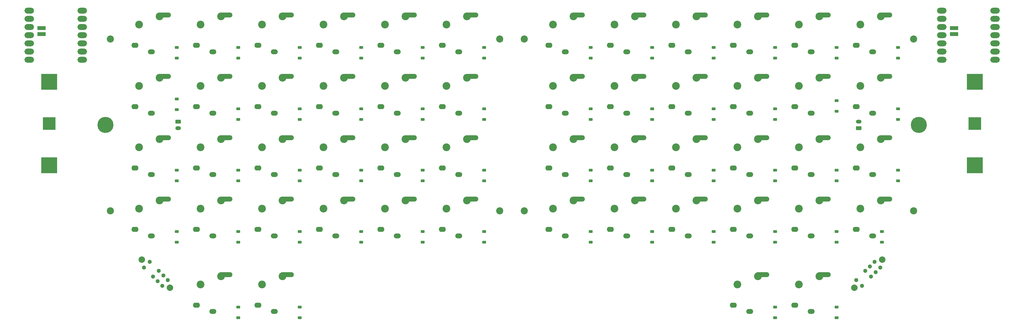
<source format=gbr>
%TF.GenerationSoftware,KiCad,Pcbnew,7.0.9*%
%TF.CreationDate,2024-05-08T21:34:52+09:00*%
%TF.ProjectId,L4,4c342e6b-6963-4616-945f-706362585858,rev?*%
%TF.SameCoordinates,Original*%
%TF.FileFunction,Soldermask,Bot*%
%TF.FilePolarity,Negative*%
%FSLAX46Y46*%
G04 Gerber Fmt 4.6, Leading zero omitted, Abs format (unit mm)*
G04 Created by KiCad (PCBNEW 7.0.9) date 2024-05-08 21:34:52*
%MOMM*%
%LPD*%
G01*
G04 APERTURE LIST*
G04 Aperture macros list*
%AMRoundRect*
0 Rectangle with rounded corners*
0 $1 Rounding radius*
0 $2 $3 $4 $5 $6 $7 $8 $9 X,Y pos of 4 corners*
0 Add a 4 corners polygon primitive as box body*
4,1,4,$2,$3,$4,$5,$6,$7,$8,$9,$2,$3,0*
0 Add four circle primitives for the rounded corners*
1,1,$1+$1,$2,$3*
1,1,$1+$1,$4,$5*
1,1,$1+$1,$6,$7*
1,1,$1+$1,$8,$9*
0 Add four rect primitives between the rounded corners*
20,1,$1+$1,$2,$3,$4,$5,0*
20,1,$1+$1,$4,$5,$6,$7,0*
20,1,$1+$1,$6,$7,$8,$9,0*
20,1,$1+$1,$8,$9,$2,$3,0*%
G04 Aperture macros list end*
%ADD10O,2.200000X1.600000*%
%ADD11C,2.400000*%
%ADD12O,2.200000X1.500000*%
%ADD13O,4.400000X1.500000*%
%ADD14C,5.000000*%
%ADD15C,2.200000*%
%ADD16C,2.000000*%
%ADD17C,1.300000*%
%ADD18O,3.000000X1.800000*%
%ADD19R,2.500000X1.250000*%
%ADD20RoundRect,0.225000X-0.375000X0.225000X-0.375000X-0.225000X0.375000X-0.225000X0.375000X0.225000X0*%
%ADD21R,5.000000X5.000000*%
%ADD22R,4.000000X4.000000*%
%ADD23RoundRect,0.250000X-0.625000X0.350000X-0.625000X-0.350000X0.625000X-0.350000X0.625000X0.350000X0*%
%ADD24O,1.750000X1.200000*%
%ADD25RoundRect,0.250000X0.625000X-0.350000X0.625000X0.350000X-0.625000X0.350000X-0.625000X-0.350000X0*%
G04 APERTURE END LIST*
D10*
%TO.C,SW8*%
X245725000Y-127725000D03*
D11*
X247015000Y-121285000D03*
D12*
X250825000Y-129725000D03*
D11*
X253365000Y-118745000D03*
D13*
X254725000Y-118275000D03*
%TD*%
D10*
%TO.C,SW39*%
X193655000Y-127725000D03*
D11*
X194945000Y-121285000D03*
D12*
X198755000Y-129725000D03*
D11*
X201295000Y-118745000D03*
D13*
X202655000Y-118275000D03*
%TD*%
D10*
%TO.C,SW3*%
X264775000Y-108675000D03*
D11*
X266065000Y-102235000D03*
D12*
X269875000Y-110675000D03*
D11*
X272415000Y-99695000D03*
D13*
X273775000Y-99225000D03*
%TD*%
D10*
%TO.C,SW29*%
X117455000Y-108675000D03*
D11*
X118745000Y-102235000D03*
D12*
X122555000Y-110675000D03*
D11*
X125095000Y-99695000D03*
D13*
X126455000Y-99225000D03*
%TD*%
D10*
%TO.C,SW32*%
X174605000Y-108675000D03*
D11*
X175895000Y-102235000D03*
D12*
X179705000Y-110675000D03*
D11*
X182245000Y-99695000D03*
D13*
X183605000Y-99225000D03*
%TD*%
D10*
%TO.C,SW48*%
X136505000Y-165825000D03*
D11*
X137795000Y-159385000D03*
D12*
X141605000Y-167825000D03*
D11*
X144145000Y-156845000D03*
D13*
X145505000Y-156375000D03*
%TD*%
D10*
%TO.C,SW47*%
X117455000Y-165825000D03*
D11*
X118745000Y-159385000D03*
D12*
X122555000Y-167825000D03*
D11*
X125095000Y-156845000D03*
D13*
X126455000Y-156375000D03*
%TD*%
D10*
%TO.C,SW20*%
X245725000Y-165825000D03*
D11*
X247015000Y-159385000D03*
D12*
X250825000Y-167825000D03*
D11*
X253365000Y-156845000D03*
D13*
X254725000Y-156375000D03*
%TD*%
D14*
%TO.C,REF\u002A\u002A*%
X89217500Y-133350000D03*
%TD*%
D15*
%TO.C,REF\u002A\u002A*%
X219075000Y-160020000D03*
%TD*%
D10*
%TO.C,SW46*%
X98405000Y-165825000D03*
D11*
X99695000Y-159385000D03*
D12*
X103505000Y-167825000D03*
D11*
X106045000Y-156845000D03*
D13*
X107405000Y-156375000D03*
%TD*%
D15*
%TO.C,REF\u002A\u002A*%
X211455000Y-106680000D03*
%TD*%
D10*
%TO.C,SW16*%
X283825000Y-146775000D03*
D11*
X285115000Y-140335000D03*
D12*
X288925000Y-148775000D03*
D11*
X291465000Y-137795000D03*
D13*
X292825000Y-137325000D03*
%TD*%
D10*
%TO.C,SW50*%
X174605000Y-165825000D03*
D11*
X175895000Y-159385000D03*
D12*
X179705000Y-167825000D03*
D11*
X182245000Y-156845000D03*
D13*
X183605000Y-156375000D03*
%TD*%
D10*
%TO.C,SW28*%
X98405000Y-108675000D03*
D11*
X99695000Y-102235000D03*
D12*
X103505000Y-110675000D03*
D11*
X106045000Y-99695000D03*
D13*
X107405000Y-99225000D03*
%TD*%
D10*
%TO.C,SW30*%
X136505000Y-108675000D03*
D11*
X137795000Y-102235000D03*
D12*
X141605000Y-110675000D03*
D11*
X144145000Y-99695000D03*
D13*
X145505000Y-99225000D03*
%TD*%
D10*
%TO.C,SW26*%
X302875000Y-189320000D03*
D11*
X304165000Y-182880000D03*
D12*
X307975000Y-191320000D03*
D11*
X310515000Y-180340000D03*
D13*
X311875000Y-179870000D03*
%TD*%
D10*
%TO.C,SW49*%
X155555000Y-165825000D03*
D11*
X156845000Y-159385000D03*
D12*
X160655000Y-167825000D03*
D11*
X163195000Y-156845000D03*
D13*
X164555000Y-156375000D03*
%TD*%
D10*
%TO.C,SW4*%
X283825000Y-108675000D03*
D11*
X285115000Y-102235000D03*
D12*
X288925000Y-110675000D03*
D11*
X291465000Y-99695000D03*
D13*
X292825000Y-99225000D03*
%TD*%
D10*
%TO.C,SW11*%
X302875000Y-127725000D03*
D11*
X304165000Y-121285000D03*
D12*
X307975000Y-129725000D03*
D11*
X310515000Y-118745000D03*
D13*
X311875000Y-118275000D03*
%TD*%
D10*
%TO.C,SW31*%
X155555000Y-108675000D03*
D11*
X156845000Y-102235000D03*
D12*
X160655000Y-110675000D03*
D11*
X163195000Y-99695000D03*
D13*
X164555000Y-99225000D03*
%TD*%
D10*
%TO.C,SW25*%
X283825000Y-189320000D03*
D11*
X285115000Y-182880000D03*
D12*
X288925000Y-191320000D03*
D11*
X291465000Y-180340000D03*
D13*
X292825000Y-179870000D03*
%TD*%
D10*
%TO.C,SW38*%
X174605000Y-127725000D03*
D11*
X175895000Y-121285000D03*
D12*
X179705000Y-129725000D03*
D11*
X182245000Y-118745000D03*
D13*
X183605000Y-118275000D03*
%TD*%
D10*
%TO.C,SW33*%
X193655000Y-108675000D03*
D11*
X194945000Y-102235000D03*
D12*
X198755000Y-110675000D03*
D11*
X201295000Y-99695000D03*
D13*
X202655000Y-99225000D03*
%TD*%
D10*
%TO.C,SW2*%
X245725000Y-108675000D03*
D11*
X247015000Y-102235000D03*
D12*
X250825000Y-110675000D03*
D11*
X253365000Y-99695000D03*
D13*
X254725000Y-99225000D03*
%TD*%
D16*
%TO.C,SW27*%
X321290176Y-183937590D03*
X329987590Y-175240176D03*
D17*
X327583427Y-175876572D03*
X326169213Y-177290786D03*
X324755000Y-178705000D03*
X321926572Y-181533427D03*
X329351194Y-177644339D03*
X327936980Y-179058553D03*
X326522766Y-180472766D03*
X323694339Y-183301194D03*
%TD*%
D10*
%TO.C,SW17*%
X302875000Y-146775000D03*
D11*
X304165000Y-140335000D03*
D12*
X307975000Y-148775000D03*
D11*
X310515000Y-137795000D03*
D13*
X311875000Y-137325000D03*
%TD*%
D10*
%TO.C,SW52*%
X117455000Y-189320000D03*
D11*
X118745000Y-182880000D03*
D12*
X122555000Y-191320000D03*
D11*
X125095000Y-180340000D03*
D13*
X126455000Y-179870000D03*
%TD*%
D10*
%TO.C,SW53*%
X136505000Y-189320000D03*
D11*
X137795000Y-182880000D03*
D12*
X141605000Y-191320000D03*
D11*
X144145000Y-180340000D03*
D13*
X145505000Y-179870000D03*
%TD*%
D10*
%TO.C,SW7*%
X226675000Y-127725000D03*
D11*
X227965000Y-121285000D03*
D12*
X231775000Y-129725000D03*
D11*
X234315000Y-118745000D03*
D13*
X235675000Y-118275000D03*
%TD*%
D15*
%TO.C,REF\u002A\u002A*%
X219075000Y-106680000D03*
%TD*%
D10*
%TO.C,SW1*%
X226675000Y-108675000D03*
D11*
X227965000Y-102235000D03*
D12*
X231775000Y-110675000D03*
D11*
X234315000Y-99695000D03*
D13*
X235675000Y-99225000D03*
%TD*%
D10*
%TO.C,SW5*%
X302875000Y-108675000D03*
D11*
X304165000Y-102235000D03*
D12*
X307975000Y-110675000D03*
D11*
X310515000Y-99695000D03*
D13*
X311875000Y-99225000D03*
%TD*%
D10*
%TO.C,SW34*%
X98405000Y-127725000D03*
D11*
X99695000Y-121285000D03*
D12*
X103505000Y-129725000D03*
D11*
X106045000Y-118745000D03*
D13*
X107405000Y-118275000D03*
%TD*%
D10*
%TO.C,SW40*%
X98405000Y-146775000D03*
D11*
X99695000Y-140335000D03*
D12*
X103505000Y-148775000D03*
D11*
X106045000Y-137795000D03*
D13*
X107405000Y-137325000D03*
%TD*%
D10*
%TO.C,SW21*%
X264775000Y-165825000D03*
D11*
X266065000Y-159385000D03*
D12*
X269875000Y-167825000D03*
D11*
X272415000Y-156845000D03*
D13*
X273775000Y-156375000D03*
%TD*%
D10*
%TO.C,SW14*%
X245725000Y-146775000D03*
D11*
X247015000Y-140335000D03*
D12*
X250825000Y-148775000D03*
D11*
X253365000Y-137795000D03*
D13*
X254725000Y-137325000D03*
%TD*%
D10*
%TO.C,SW13*%
X226675000Y-146775000D03*
D11*
X227965000Y-140335000D03*
D12*
X231775000Y-148775000D03*
D11*
X234315000Y-137795000D03*
D13*
X235675000Y-137325000D03*
%TD*%
D16*
%TO.C,SW54*%
X100542410Y-175240176D03*
X109239824Y-183937590D03*
D17*
X108603428Y-181533427D03*
X107189214Y-180119213D03*
X105775000Y-178705000D03*
X102946573Y-175876572D03*
X106835661Y-183301194D03*
X105421447Y-181886980D03*
X104007234Y-180472766D03*
X101178806Y-177644339D03*
%TD*%
D15*
%TO.C,REF\u002A\u002A*%
X339725000Y-160020000D03*
%TD*%
D10*
%TO.C,SW35*%
X117455000Y-127725000D03*
D11*
X118745000Y-121285000D03*
D12*
X122555000Y-129725000D03*
D11*
X125095000Y-118745000D03*
D13*
X126455000Y-118275000D03*
%TD*%
D10*
%TO.C,SW12*%
X321925000Y-127725000D03*
D11*
X323215000Y-121285000D03*
D12*
X327025000Y-129725000D03*
D11*
X329565000Y-118745000D03*
D13*
X330925000Y-118275000D03*
%TD*%
D10*
%TO.C,SW15*%
X264775000Y-146775000D03*
D11*
X266065000Y-140335000D03*
D12*
X269875000Y-148775000D03*
D11*
X272415000Y-137795000D03*
D13*
X273775000Y-137325000D03*
%TD*%
D10*
%TO.C,SW24*%
X321925000Y-165825000D03*
D11*
X323215000Y-159385000D03*
D12*
X327025000Y-167825000D03*
D11*
X329565000Y-156845000D03*
D13*
X330925000Y-156375000D03*
%TD*%
D10*
%TO.C,SW22*%
X283825000Y-165825000D03*
D11*
X285115000Y-159385000D03*
D12*
X288925000Y-167825000D03*
D11*
X291465000Y-156845000D03*
D13*
X292825000Y-156375000D03*
%TD*%
D10*
%TO.C,SW23*%
X302875000Y-165825000D03*
D11*
X304165000Y-159385000D03*
D12*
X307975000Y-167825000D03*
D11*
X310515000Y-156845000D03*
D13*
X311875000Y-156375000D03*
%TD*%
D15*
%TO.C,REF\u002A\u002A*%
X90805000Y-106680000D03*
%TD*%
%TO.C,REF\u002A\u002A*%
X90805000Y-160020000D03*
%TD*%
D10*
%TO.C,SW37*%
X155555000Y-127725000D03*
D11*
X156845000Y-121285000D03*
D12*
X160655000Y-129725000D03*
D11*
X163195000Y-118745000D03*
D13*
X164555000Y-118275000D03*
%TD*%
D10*
%TO.C,SW10*%
X283825000Y-127725000D03*
D11*
X285115000Y-121285000D03*
D12*
X288925000Y-129725000D03*
D11*
X291465000Y-118745000D03*
D13*
X292825000Y-118275000D03*
%TD*%
D15*
%TO.C,REF\u002A\u002A*%
X211455000Y-160020000D03*
%TD*%
D10*
%TO.C,SW9*%
X264775000Y-127725000D03*
D11*
X266065000Y-121285000D03*
D12*
X269875000Y-129725000D03*
D11*
X272415000Y-118745000D03*
D13*
X273775000Y-118275000D03*
%TD*%
D10*
%TO.C,SW43*%
X155555000Y-146775000D03*
D11*
X156845000Y-140335000D03*
D12*
X160655000Y-148775000D03*
D11*
X163195000Y-137795000D03*
D13*
X164555000Y-137325000D03*
%TD*%
D10*
%TO.C,SW18*%
X321925000Y-146775000D03*
D11*
X323215000Y-140335000D03*
D12*
X327025000Y-148775000D03*
D11*
X329565000Y-137795000D03*
D13*
X330925000Y-137325000D03*
%TD*%
D10*
%TO.C,SW44*%
X174605000Y-146775000D03*
D11*
X175895000Y-140335000D03*
D12*
X179705000Y-148775000D03*
D11*
X182245000Y-137795000D03*
D13*
X183605000Y-137325000D03*
%TD*%
D10*
%TO.C,SW36*%
X136505000Y-127725000D03*
D11*
X137795000Y-121285000D03*
D12*
X141605000Y-129725000D03*
D11*
X144145000Y-118745000D03*
D13*
X145505000Y-118275000D03*
%TD*%
D15*
%TO.C,REF\u002A\u002A*%
X339725000Y-106680000D03*
%TD*%
D14*
%TO.C,REF\u002A\u002A*%
X341312500Y-133350000D03*
%TD*%
D10*
%TO.C,SW6*%
X321925000Y-108675000D03*
D11*
X323215000Y-102235000D03*
D12*
X327025000Y-110675000D03*
D11*
X329565000Y-99695000D03*
D13*
X330925000Y-99225000D03*
%TD*%
D10*
%TO.C,SW51*%
X193655000Y-165825000D03*
D11*
X194945000Y-159385000D03*
D12*
X198755000Y-167825000D03*
D11*
X201295000Y-156845000D03*
D13*
X202655000Y-156375000D03*
%TD*%
D10*
%TO.C,SW41*%
X117455000Y-146775000D03*
D11*
X118745000Y-140335000D03*
D12*
X122555000Y-148775000D03*
D11*
X125095000Y-137795000D03*
D13*
X126455000Y-137325000D03*
%TD*%
D18*
%TO.C,U2*%
X65635000Y-97912000D03*
X65635000Y-100452000D03*
X65635000Y-102992000D03*
X65635000Y-105532000D03*
X65635000Y-108072000D03*
X65635000Y-110612000D03*
X65635000Y-113152000D03*
X82075000Y-113152000D03*
X82075000Y-110612000D03*
X82075000Y-108072000D03*
X82075000Y-105532000D03*
X82075000Y-102992000D03*
X82075000Y-100452000D03*
X82075000Y-97912000D03*
D19*
X69410000Y-103310000D03*
X69410000Y-105215000D03*
%TD*%
D10*
%TO.C,SW42*%
X136505000Y-146775000D03*
D11*
X137795000Y-140335000D03*
D12*
X141605000Y-148775000D03*
D11*
X144145000Y-137795000D03*
D13*
X145505000Y-137325000D03*
%TD*%
D10*
%TO.C,SW45*%
X193655000Y-146775000D03*
D11*
X194945000Y-140335000D03*
D12*
X198755000Y-148775000D03*
D11*
X201295000Y-137795000D03*
D13*
X202655000Y-137325000D03*
%TD*%
D18*
%TO.C,U1*%
X348455000Y-97912000D03*
X348455000Y-100452000D03*
X348455000Y-102992000D03*
X348455000Y-105532000D03*
X348455000Y-108072000D03*
X348455000Y-110612000D03*
X348455000Y-113152000D03*
X364895000Y-113152000D03*
X364895000Y-110612000D03*
X364895000Y-108072000D03*
X364895000Y-105532000D03*
X364895000Y-102992000D03*
X364895000Y-100452000D03*
X364895000Y-97912000D03*
D19*
X352230000Y-103310000D03*
X352230000Y-105215000D03*
%TD*%
D10*
%TO.C,SW19*%
X226675000Y-165825000D03*
D11*
X227965000Y-159385000D03*
D12*
X231775000Y-167825000D03*
D11*
X234315000Y-156845000D03*
D13*
X235675000Y-156375000D03*
%TD*%
D20*
%TO.C,D41*%
X111330000Y-147400000D03*
X111330000Y-150700000D03*
%TD*%
%TO.C,D50*%
X168480000Y-166450000D03*
X168480000Y-169750000D03*
%TD*%
%TO.C,D36*%
X130380000Y-128350000D03*
X130380000Y-131650000D03*
%TD*%
%TO.C,D18*%
X334850000Y-147400000D03*
X334850000Y-150700000D03*
%TD*%
%TO.C,D12*%
X334850000Y-128350000D03*
X334850000Y-131650000D03*
%TD*%
%TO.C,D52*%
X206580000Y-166450000D03*
X206580000Y-169750000D03*
%TD*%
%TO.C,D31*%
X149430000Y-109300000D03*
X149430000Y-112600000D03*
%TD*%
%TO.C,D37*%
X149430000Y-128350000D03*
X149430000Y-131650000D03*
%TD*%
%TO.C,D2*%
X258650000Y-109300000D03*
X258650000Y-112600000D03*
%TD*%
%TO.C,D49*%
X149430000Y-166450000D03*
X149430000Y-169750000D03*
%TD*%
%TO.C,D38*%
X168480000Y-128350000D03*
X168480000Y-131650000D03*
%TD*%
%TO.C,D21*%
X277700000Y-166450000D03*
X277700000Y-169750000D03*
%TD*%
%TO.C,D30*%
X130380000Y-109300000D03*
X130380000Y-112600000D03*
%TD*%
%TO.C,D39*%
X187530000Y-128350000D03*
X187530000Y-131650000D03*
%TD*%
%TO.C,D11*%
X315800000Y-125825000D03*
X315800000Y-129125000D03*
%TD*%
%TO.C,D15*%
X277700000Y-147400000D03*
X277700000Y-150700000D03*
%TD*%
%TO.C,D33*%
X187530000Y-109300000D03*
X187530000Y-112600000D03*
%TD*%
%TO.C,D44*%
X168480000Y-147400000D03*
X168480000Y-150700000D03*
%TD*%
D21*
%TO.C,BT1*%
X358675000Y-120025000D03*
X358675000Y-145925000D03*
D22*
X358675000Y-132975000D03*
%TD*%
D20*
%TO.C,D53*%
X130380000Y-189945000D03*
X130380000Y-193245000D03*
%TD*%
%TO.C,D43*%
X149430000Y-147400000D03*
X149430000Y-150700000D03*
%TD*%
%TO.C,D4*%
X296750000Y-109300000D03*
X296750000Y-112600000D03*
%TD*%
%TO.C,D35*%
X111330000Y-125325000D03*
X111330000Y-128625000D03*
%TD*%
%TO.C,D29*%
X111330000Y-109300000D03*
X111330000Y-112600000D03*
%TD*%
%TO.C,D22*%
X296750000Y-166450000D03*
X296750000Y-169750000D03*
%TD*%
%TO.C,D6*%
X334850000Y-109300000D03*
X334850000Y-112600000D03*
%TD*%
%TO.C,D25*%
X296750000Y-189945000D03*
X296750000Y-193245000D03*
%TD*%
%TO.C,D10*%
X296750000Y-128350000D03*
X296750000Y-131650000D03*
%TD*%
%TO.C,D45*%
X187530000Y-147400000D03*
X187530000Y-150700000D03*
%TD*%
%TO.C,D42*%
X130380000Y-147400000D03*
X130380000Y-150700000D03*
%TD*%
%TO.C,D34*%
X206580000Y-109300000D03*
X206580000Y-112600000D03*
%TD*%
%TO.C,D16*%
X296750000Y-147400000D03*
X296750000Y-150700000D03*
%TD*%
%TO.C,D1*%
X239600000Y-109300000D03*
X239600000Y-112600000D03*
%TD*%
%TO.C,D20*%
X258650000Y-166450000D03*
X258650000Y-169750000D03*
%TD*%
D23*
%TO.C,J2*%
X111755000Y-132375000D03*
D24*
X111755000Y-134375000D03*
%TD*%
D20*
%TO.C,D14*%
X258650000Y-147400000D03*
X258650000Y-150700000D03*
%TD*%
%TO.C,D51*%
X187530000Y-166450000D03*
X187530000Y-169750000D03*
%TD*%
%TO.C,D40*%
X206580000Y-128350000D03*
X206580000Y-131650000D03*
%TD*%
%TO.C,D26*%
X315800000Y-189945000D03*
X315800000Y-193245000D03*
%TD*%
%TO.C,D24*%
X329850000Y-166450000D03*
X329850000Y-169750000D03*
%TD*%
%TO.C,D48*%
X130380000Y-166450000D03*
X130380000Y-169750000D03*
%TD*%
D25*
%TO.C,J1*%
X322675000Y-134375000D03*
D24*
X322675000Y-132375000D03*
%TD*%
D20*
%TO.C,D19*%
X239600000Y-166450000D03*
X239600000Y-169750000D03*
%TD*%
%TO.C,D7*%
X239600000Y-128350000D03*
X239600000Y-131650000D03*
%TD*%
D21*
%TO.C,BT3*%
X71855000Y-120025000D03*
X71855000Y-145925000D03*
D22*
X71855000Y-132975000D03*
%TD*%
D20*
%TO.C,D54*%
X149430000Y-189945000D03*
X149430000Y-193245000D03*
%TD*%
%TO.C,D23*%
X315800000Y-166450000D03*
X315800000Y-169750000D03*
%TD*%
%TO.C,D32*%
X168480000Y-109300000D03*
X168480000Y-112600000D03*
%TD*%
%TO.C,D9*%
X277700000Y-128350000D03*
X277700000Y-131650000D03*
%TD*%
%TO.C,D3*%
X277700000Y-109300000D03*
X277700000Y-112600000D03*
%TD*%
%TO.C,D8*%
X258650000Y-128350000D03*
X258650000Y-131650000D03*
%TD*%
%TO.C,D46*%
X206580000Y-147400000D03*
X206580000Y-150700000D03*
%TD*%
%TO.C,D47*%
X111330000Y-166450000D03*
X111330000Y-169750000D03*
%TD*%
%TO.C,D17*%
X315800000Y-147400000D03*
X315800000Y-150700000D03*
%TD*%
%TO.C,D5*%
X315800000Y-109300000D03*
X315800000Y-112600000D03*
%TD*%
%TO.C,D13*%
X239600000Y-147400000D03*
X239600000Y-150700000D03*
%TD*%
M02*

</source>
